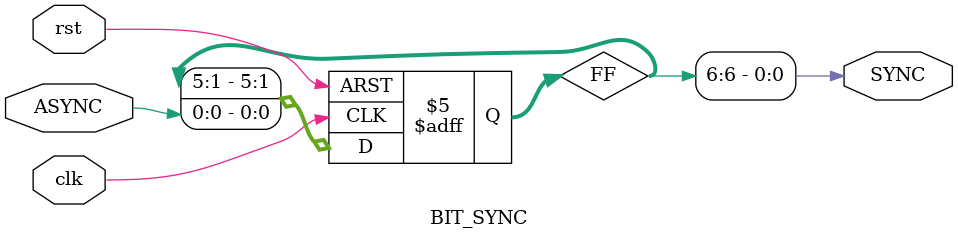
<source format=v>
module BIT_SYNC #(parameter BUS_WIDTH =1,parameter NUM_STAGES = 5) (
    input wire clk,
    input wire rst,
    input wire ASYNC,
    output wire SYNC
);
    



reg [NUM_STAGES+1:1]FF;

integer i = 0;
genvar  j ;

always @(posedge clk or negedge rst) begin
 if (!rst)
 begin
    FF <=  0;
 end
else
begin
    for (i=0; i<BUS_WIDTH; i=1+i)
    begin
    FF <= {FF[NUM_STAGES:1],ASYNC};
end  

end
end

    for ( j=0; j<BUS_WIDTH; j=1+j)
    begin
  assign   SYNC = FF[NUM_STAGES+1];
end

endmodule
</source>
